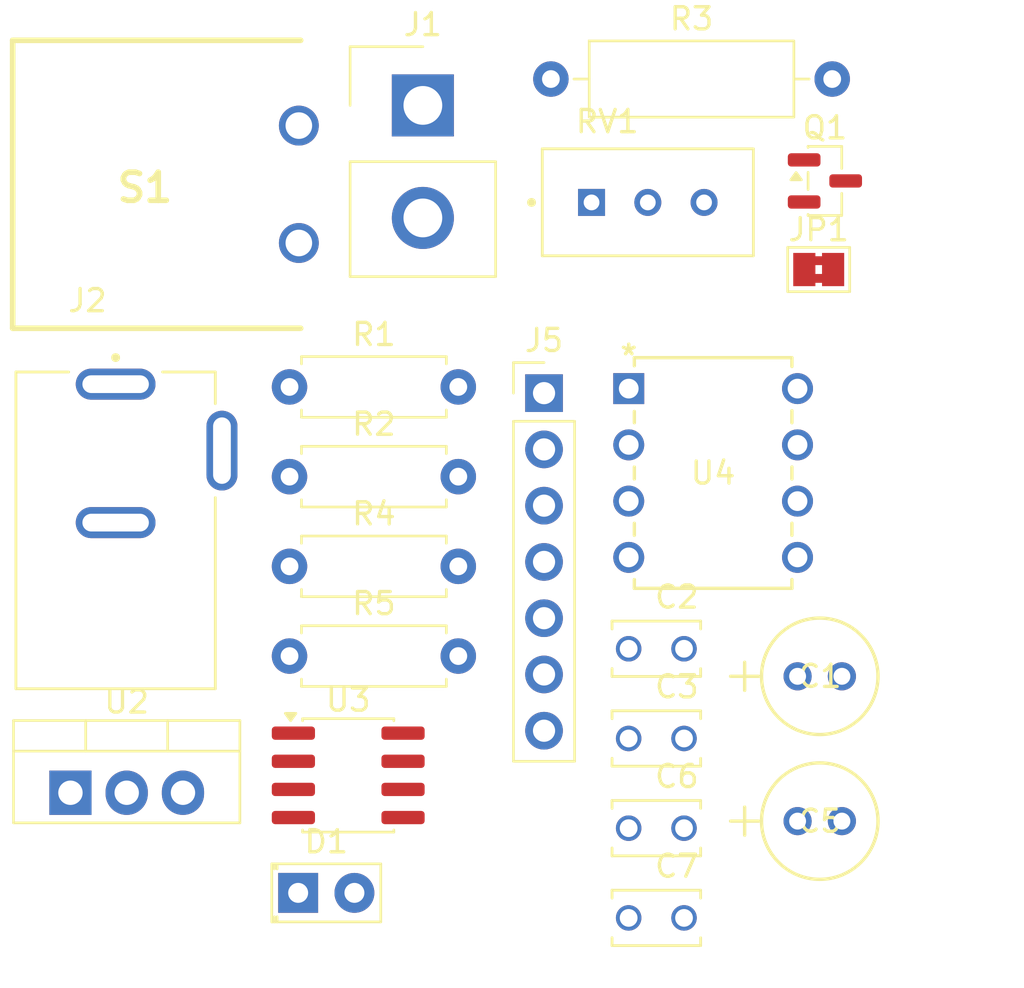
<source format=kicad_pcb>
(kicad_pcb (version 20241229) (generator "pcbnew") (generator_version "9.0")
  (layers (0 "F.Cu" signal) (2 "B.Cu" signal) (13 "F.Paste" user) (15 "B.Paste" user) (5 "F.SilkS" user "F.Silkscreen") (7 "B.SilkS" user "B.Silkscreen") (1 "F.Mask" user) (3 "B.Mask" user) (25 "Edge.Cuts" user))
  (net 0 "")
  (net 1 "Net-(U3B-+)")
  (net 2 "GND")
  (net 3 "/VOUT")
  (net 4 "/CATHODE")
  (net 5 "Net-(U4-CAP-)")
  (net 6 "Net-(U4-CAP+)")
  (net 7 "/VI")
  (net 8 "/+VCC")
  (net 9 "/-VCC")
  (net 10 "Net-(D1-A)")
  (net 11 "Net-(D1-K)")
  (net 12 "Net-(J1-Pin_2)")
  (net 13 "/VR")
  (net 14 "/ANODE")
  (net 15 "Net-(Q1-B)")
  (net 16 "Net-(Q1-E)")
  (net 17 "Net-(U3A--)")
  (net 18 "Net-(U3A-+)")
  (footprint "Resistor_THT:R_Axial_DIN0207_L6.3mm_D2.5mm_P7.62mm_Horizontal" (layer "F.Cu") (at 142.2129 108.9092)
    (property "Reference" "R5" (at 3.81 -2.37 0) (layer "F.SilkS"))
    (property "Value" "2K")
    (fp_line (start 0.54 -1.37) (end 7.08 -1.37) (stroke (width 0.12)) (layer "F.SilkS"))
    (fp_line (start 0.54 -1.04) (end 0.54 -1.37) (stroke (width 0.12)) (layer "F.SilkS"))
    (fp_line (start 0.54 1.04) (end 0.54 1.37) (stroke (width 0.12)) (layer "F.SilkS"))
    (fp_line (start 0.54 1.37) (end 7.08 1.37) (stroke (width 0.12)) (layer "F.SilkS"))
    (fp_line (start 7.08 -1.37) (end 7.08 -1.04) (stroke (width 0.12)) (layer "F.SilkS"))
    (fp_line (start 7.08 1.37) (end 7.08 1.04) (stroke (width 0.12)) (layer "F.SilkS"))
    (pad "1" thru_hole circle (at 0 0) (size 1.6 1.6) (drill 0.8) (layers "*.Cu" "*.Mask") (net 4 "/CATHODE"))
    (pad "2" thru_hole circle (at 7.62 0) (size 1.6 1.6) (drill 0.8) (layers "*.Cu" "*.Mask") (net 3 "/VOUT"))
  )
  (footprint "FOOTPRINTS:CAPRB250W50L400T250H550" (layer "F.Cu") (at 158.7729 108.5792)
    (property "Reference" "C2" (at 0.925 -2.335 0) (layer "F.SilkS"))
    (property "Value" "10pF")
    (fp_line (start -2 -1.25) (end -2 -0.895) (stroke (width 0.127)) (layer "F.SilkS"))
    (fp_line (start -2 -1.25) (end 2 -1.25) (stroke (width 0.127)) (layer "F.SilkS"))
    (fp_line (start -2 1.25) (end -2 0.895) (stroke (width 0.127)) (layer "F.SilkS"))
    (fp_line (start -2 1.25) (end 2 1.25) (stroke (width 0.127)) (layer "F.SilkS"))
    (fp_line (start 2 -1.25) (end 2 -0.895) (stroke (width 0.127)) (layer "F.SilkS"))
    (fp_line (start 2 1.25) (end 2 0.895) (stroke (width 0.127)) (layer "F.SilkS"))
    (pad "1" thru_hole circle (at -1.25 0) (size 1.15 1.15) (drill 0.8) (layers "*.Cu" "*.Mask") (net 4 "/CATHODE"))
    (pad "2" thru_hole circle (at 1.25 0) (size 1.15 1.15) (drill 0.8) (layers "*.Cu" "*.Mask") (net 3 "/VOUT"))
  )
  (footprint "FOOTPRINTS:PDIP-8_N_LIT" (layer "F.Cu") (at 157.5266 96.8344)
    (property "Reference" "U4" (at 3.81 3.81 0) (layer "F.SilkS"))
    (property "Value" "LTC1044")
    (fp_line (start 0.254 -1.397) (end 0.254 -1.03124) (stroke (width 0.1524)) (layer "F.SilkS"))
    (fp_line (start 0.254 1.03124) (end 0.254 1.54053) (stroke (width 0.1524)) (layer "F.SilkS"))
    (fp_line (start 0.254 3.53947) (end 0.254 4.08053) (stroke (width 0.1524)) (layer "F.SilkS"))
    (fp_line (start 0.254 6.07947) (end 0.254 6.62053) (stroke (width 0.1524)) (layer "F.SilkS"))
    (fp_line (start 0.254 8.61947) (end 0.254 9.017) (stroke (width 0.1524)) (layer "F.SilkS"))
    (fp_line (start 0.254 9.017) (end 7.366 9.017) (stroke (width 0.1524)) (layer "F.SilkS"))
    (fp_line (start 7.366 -1.397) (end 0.254 -1.397) (stroke (width 0.1524)) (layer "F.SilkS"))
    (fp_line (start 7.366 -0.99947) (end 7.366 -1.397) (stroke (width 0.1524)) (layer "F.SilkS"))
    (fp_line (start 7.366 1.54053) (end 7.366 0.99947) (stroke (width 0.1524)) (layer "F.SilkS"))
    (fp_line (start 7.366 4.08053) (end 7.366 3.53947) (stroke (width 0.1524)) (layer "F.SilkS"))
    (fp_line (start 7.366 6.62053) (end 7.366 6.07947) (stroke (width 0.1524)) (layer "F.SilkS"))
    (fp_line (start 7.366 9.017) (end 7.366 8.61947) (stroke (width 0.1524)) (layer "F.SilkS"))
    (fp_text user "*" (at 0 -1.4605 0) (layer "F.SilkS"))
    (fp_text user "*" (at 0 -1.4605 0) (layer "F.SilkS"))
    (pad "1" thru_hole rect (at 0 0) (size 1.397 1.397) (drill 0.889) (layers "*.Cu" "*.Mask"))
    (pad "2" thru_hole circle (at 0 2.54) (size 1.397 1.397) (drill 0.889) (layers "*.Cu" "*.Mask") (net 6 "Net-(U4-CAP+)"))
    (pad "3" thru_hole circle (at 0 5.08) (size 1.397 1.397) (drill 0.889) (layers "*.Cu" "*.Mask") (net 2 "GND"))
    (pad "4" thru_hole circle (at 0 7.62) (size 1.397 1.397) (drill 0.889) (layers "*.Cu" "*.Mask") (net 5 "Net-(U4-CAP-)"))
    (pad "5" thru_hole circle (at 7.62 7.62) (size 1.397 1.397) (drill 0.889) (layers "*.Cu" "*.Mask") (net 9 "/-VCC"))
    (pad "6" thru_hole circle (at 7.62 5.08) (size 1.397 1.397) (drill 0.889) (layers "*.Cu" "*.Mask"))
    (pad "7" thru_hole circle (at 7.62 2.54) (size 1.397 1.397) (drill 0.889) (layers "*.Cu" "*.Mask"))
    (pad "8" thru_hole circle (at 7.62 0) (size 1.397 1.397) (drill 0.889) (layers "*.Cu" "*.Mask") (net 8 "/+VCC"))
  )
  (footprint "Connector_PinHeader_2.54mm:PinHeader_1x07_P2.54mm_Vertical" (layer "F.Cu") (at 153.7029 97.0392)
    (property "Reference" "J5" (at 0 -2.38 0) (layer "F.SilkS"))
    (property "Value" "Conn_01x07_Pin")
    (fp_line (start -1.38 -1.38) (end 0 -1.38) (stroke (width 0.12)) (layer "F.SilkS"))
    (fp_line (start -1.38 0) (end -1.38 -1.38) (stroke (width 0.12)) (layer "F.SilkS"))
    (fp_line (start -1.38 1.27) (end -1.38 16.62) (stroke (width 0.12)) (layer "F.SilkS"))
    (fp_line (start -1.38 1.27) (end 1.38 1.27) (stroke (width 0.12)) (layer "F.SilkS"))
    (fp_line (start -1.38 16.62) (end 1.38 16.62) (stroke (width 0.12)) (layer "F.SilkS"))
    (fp_line (start 1.38 1.27) (end 1.38 16.62) (stroke (width 0.12)) (layer "F.SilkS"))
    (pad "1" thru_hole rect (at 0 0) (size 1.7 1.7) (drill 1) (layers "*.Cu" "*.Mask") (net 4 "/CATHODE"))
    (pad "2" thru_hole circle (at 0 2.54) (size 1.7 1.7) (drill 1) (layers "*.Cu" "*.Mask") (net 14 "/ANODE"))
    (pad "3" thru_hole circle (at 0 5.08) (size 1.7 1.7) (drill 1) (layers "*.Cu" "*.Mask") (net 3 "/VOUT"))
    (pad "4" thru_hole circle (at 0 7.62) (size 1.7 1.7) (drill 1) (layers "*.Cu" "*.Mask") (net 13 "/VR"))
    (pad "5" thru_hole circle (at 0 10.16) (size 1.7 1.7) (drill 1) (layers "*.Cu" "*.Mask") (net 9 "/-VCC"))
    (pad "6" thru_hole circle (at 0 12.7) (size 1.7 1.7) (drill 1) (layers "*.Cu" "*.Mask") (net 2 "GND"))
    (pad "7" thru_hole circle (at 0 15.24) (size 1.7 1.7) (drill 1) (layers "*.Cu" "*.Mask") (net 2 "GND"))
  )
  (footprint "FOOTPRINTS:CAP_UEP_5X11_NCH" (layer "F.Cu") (at 165.15 116.36)
    (property "Reference" "C5" (at 1 0 0) (layer "F.SilkS"))
    (property "Value" "0.33uF")
    (fp_line (start -3.0259 0) (end -1.7559 0) (stroke (width 0.1524)) (layer "F.SilkS"))
    (fp_line (start -2.3909 -0.635) (end -2.3909 0.635) (stroke (width 0.1524)) (layer "F.SilkS"))
    (fp_circle (center 1 0) (end 3.6289 0) (stroke (width 0.1524)) (fill no) (layer "F.SilkS"))
    (pad "1" thru_hole circle (at 0 0) (size 1.27 1.27) (drill 0.762) (layers "*.Cu" "*.Mask") (net 7 "/VI"))
    (pad "2" thru_hole circle (at 2 0) (size 1.27 1.27) (drill 0.762) (layers "*.Cu" "*.Mask") (net 2 "GND"))
  )
  (footprint "Resistor_THT:R_Axial_DIN0207_L6.3mm_D2.5mm_P7.62mm_Horizontal" (layer "F.Cu") (at 142.2129 104.8592)
    (property "Reference" "R4" (at 3.81 -2.37 0) (layer "F.SilkS"))
    (property "Value" "2K")
    (fp_line (start 0.54 -1.37) (end 7.08 -1.37) (stroke (width 0.12)) (layer "F.SilkS"))
    (fp_line (start 0.54 -1.04) (end 0.54 -1.37) (stroke (width 0.12)) (layer "F.SilkS"))
    (fp_line (start 0.54 1.04) (end 0.54 1.37) (stroke (width 0.12)) (layer "F.SilkS"))
    (fp_line (start 0.54 1.37) (end 7.08 1.37) (stroke (width 0.12)) (layer "F.SilkS"))
    (fp_line (start 7.08 -1.37) (end 7.08 -1.04) (stroke (width 0.12)) (layer "F.SilkS"))
    (fp_line (start 7.08 1.37) (end 7.08 1.04) (stroke (width 0.12)) (layer "F.SilkS"))
    (pad "1" thru_hole circle (at 0 0) (size 1.6 1.6) (drill 0.8) (layers "*.Cu" "*.Mask") (net 1 "Net-(U3B-+)"))
    (pad "2" thru_hole circle (at 7.62 0) (size 1.6 1.6) (drill 0.8) (layers "*.Cu" "*.Mask") (net 2 "GND"))
  )
  (footprint "Resistor_THT:R_Axial_DIN0207_L6.3mm_D2.5mm_P7.62mm_Horizontal" (layer "F.Cu") (at 142.2129 100.8092)
    (property "Reference" "R2" (at 3.81 -2.37 0) (layer "F.SilkS"))
    (property "Value" "1k")
    (fp_line (start 0.54 -1.37) (end 7.08 -1.37) (stroke (width 0.12)) (layer "F.SilkS"))
    (fp_line (start 0.54 -1.04) (end 0.54 -1.37) (stroke (width 0.12)) (layer "F.SilkS"))
    (fp_line (start 0.54 1.04) (end 0.54 1.37) (stroke (width 0.12)) (layer "F.SilkS"))
    (fp_line (start 0.54 1.37) (end 7.08 1.37) (stroke (width 0.12)) (layer "F.SilkS"))
    (fp_line (start 7.08 -1.37) (end 7.08 -1.04) (stroke (width 0.12)) (layer "F.SilkS"))
    (fp_line (start 7.08 1.37) (end 7.08 1.04) (stroke (width 0.12)) (layer "F.SilkS"))
    (pad "1" thru_hole circle (at 0 0) (size 1.6 1.6) (drill 0.8) (layers "*.Cu" "*.Mask") (net 17 "Net-(U3A--)"))
    (pad "2" thru_hole circle (at 7.62 0) (size 1.6 1.6) (drill 0.8) (layers "*.Cu" "*.Mask") (net 16 "Net-(Q1-E)"))
  )
  (footprint "FOOTPRINTS:GPTS203211B" (layer "F.Cu") (at 142.7149 87.6112)
    (property "Reference" "S1" (at -7.033 0.148 0) (layer "F.SilkS") (effects (font (size 1.27 1.27) (thickness 0.254))))
    (property "Value" "GPTS203211B" (hide yes))
    (fp_line (start -13 -6.5) (end -13 6.5) (stroke (width 0.254)) (layer "F.SilkS"))
    (fp_line (start -13 6.5) (end 0 6.5) (stroke (width 0.254)) (layer "F.SilkS"))
    (fp_line (start 0 -6.5) (end -13 -6.5) (stroke (width 0.254)) (layer "F.SilkS"))
    (pad "1" thru_hole circle (at -0.081 2.65) (size 1.8 1.8) (drill 1.2) (layers "*.Cu" "*.Mask") (net 8 "/+VCC"))
    (pad "2" thru_hole circle (at -0.081 -2.65) (size 1.8 1.8) (drill 1.2) (layers "*.Cu" "*.Mask") (net 10 "Net-(D1-A)"))
  )
  (footprint "FOOTPRINTS:CAP_UEP_5X11_NCH" (layer "F.Cu") (at 165.15 109.8228)
    (property "Reference" "C1" (at 1 0 0) (layer "F.SilkS"))
    (property "Value" "0.1UF")
    (fp_line (start -3.0259 0) (end -1.7559 0) (stroke (width 0.1524)) (layer "F.SilkS"))
    (fp_line (start -2.3909 -0.635) (end -2.3909 0.635) (stroke (width 0.1524)) (layer "F.SilkS"))
    (fp_circle (center 1 0) (end 3.6289 0) (stroke (width 0.1524)) (fill no) (layer "F.SilkS"))
    (pad "1" thru_hole circle (at 0 0) (size 1.27 1.27) (drill 0.762) (layers "*.Cu" "*.Mask") (net 8 "/+VCC"))
    (pad "2" thru_hole circle (at 2 0) (size 1.27 1.27) (drill 0.762) (layers "*.Cu" "*.Mask") (net 2 "GND"))
  )
  (footprint "FOOTPRINTS:potentiometer" (layer "F.Cu") (at 158.3879 88.4292)
    (property "Reference" "RV1" (at -1.83284 -3.65058 0) (layer "F.SilkS") (effects (font (size 1.004283 1.004283))))
    (property "Value" "R_Potentiometer")
    (fp_line (start -4.765 -2.42) (end 4.765 -2.42) (stroke (width 0.127)) (layer "F.SilkS"))
    (fp_line (start -4.765 2.41) (end -4.765 -2.42) (stroke (width 0.127)) (layer "F.SilkS"))
    (fp_line (start 4.765 -2.42) (end 4.765 2.41) (stroke (width 0.127)) (layer "F.SilkS"))
    (fp_line (start 4.765 2.41) (end -4.765 2.41) (stroke (width 0.127)) (layer "F.SilkS"))
    (fp_circle (center -5.25 0) (end -5.15 0) (stroke (width 0.2)) (fill no) (layer "F.SilkS"))
    (pad "1" thru_hole rect (at -2.54 0) (size 1.218 1.218) (drill 0.71) (layers "*.Cu" "*.Mask") (net 11 "Net-(D1-K)"))
    (pad "2" thru_hole circle (at 0 0) (size 1.218 1.218) (drill 0.71) (layers "*.Cu" "*.Mask") (net 18 "Net-(U3A-+)"))
    (pad "3" thru_hole circle (at 2.54 0) (size 1.218 1.218) (drill 0.71) (layers "*.Cu" "*.Mask") (net 2 "GND"))
  )
  (footprint "Jumper:SolderJumper-2_P1.3mm_Bridged2Bar_Pad1.0x1.5mm" (layer "F.Cu") (at 166.1029 91.4592)
    (property "Reference" "JP1" (at 0 -1.8 0) (layer "F.SilkS"))
    (property "Value" "SolderJumper_2_Bridged")
    (fp_poly (pts (xy -0.25 -0.6) (xy 0.25 -0.6) (xy 0.25 -0.2) (xy -0.25 -0.2)) (fill yes) (layer "F.Cu"))
    (fp_poly (pts (xy -0.25 0.2) (xy 0.25 0.2) (xy 0.25 0.6) (xy -0.25 0.6)) (fill yes) (layer "F.Cu"))
    (fp_line (start -1.4 -1) (end 1.4 -1) (stroke (width 0.12)) (layer "F.SilkS"))
    (fp_line (start -1.4 1) (end -1.4 -1) (stroke (width 0.12)) (layer "F.SilkS"))
    (fp_line (start 1.4 -1) (end 1.4 1) (stroke (width 0.12)) (layer "F.SilkS"))
    (fp_line (start 1.4 1) (end -1.4 1) (stroke (width 0.12)) (layer "F.SilkS"))
    (pad "1" smd rect (at -0.65 0) (size 1 1.5) (layers "F.Cu" "F.Mask") (net 13 "/VR"))
    (pad "2" smd rect (at 0.65 0) (size 1 1.5) (layers "F.Cu" "F.Mask") (net 14 "/ANODE"))
  )
  (footprint "FOOTPRINTS:TENSILITY_54-00166" (layer "F.Cu") (at 134.3629 102.8842)
    (property "Reference" "J2" (at -1.27 -10.0225 0) (layer "F.SilkS"))
    (property "Value" "54-00166")
    (fp_line (start -4.5 -6.8) (end -2.12 -6.8) (stroke (width 0.127)) (layer "F.SilkS"))
    (fp_line (start -4.5 7.5) (end -4.5 -6.8) (stroke (width 0.127)) (layer "F.SilkS"))
    (fp_line (start 2.12 -6.8) (end 4.5 -6.8) (stroke (width 0.127)) (layer "F.SilkS"))
    (fp_line (start 4.5 -6.8) (end 4.5 -5.37) (stroke (width 0.127)) (layer "F.SilkS"))
    (fp_line (start 4.5 7.5) (end -4.5 7.5) (stroke (width 0.127)) (layer "F.SilkS"))
    (fp_line (start 4.5 7.5) (end 4.5 -1.13) (stroke (width 0.127)) (layer "F.SilkS"))
    (fp_circle (center 0 -7.45) (end 0.1 -7.45) (stroke (width 0.2)) (fill no) (layer "F.SilkS"))
    (pad "A" thru_hole oval (at 0 -6.25) (size 3.6 1.4) (drill oval 3 0.8) (layers "*.Cu" "*.Mask") (net 7 "/VI"))
    (pad "B" thru_hole oval (at 0 0) (size 3.6 1.4) (drill oval 3 0.8) (layers "*.Cu" "*.Mask") (net 2 "GND"))
    (pad "C" thru_hole oval (at 4.8 -3.25) (size 1.4 3.6) (drill oval 0.8 3) (layers "*.Cu" "*.Mask") (net 2 "GND"))
  )
  (footprint "FOOTPRINTS:CAPRB250W50L400T250H550" (layer "F.Cu") (at 158.7729 116.6792)
    (property "Reference" "C6" (at 0.925 -2.335 0) (layer "F.SilkS"))
    (property "Value" "10pF")
    (fp_line (start -2 -1.25) (end -2 -0.895) (stroke (width 0.127)) (layer "F.SilkS"))
    (fp_line (start -2 -1.25) (end 2 -1.25) (stroke (width 0.127)) (layer "F.SilkS"))
    (fp_line (start -2 1.25) (end -2 0.895) (stroke (width 0.127)) (layer "F.SilkS"))
    (fp_line (start -2 1.25) (end 2 1.25) (stroke (width 0.127)) (layer "F.SilkS"))
    (fp_line (start 2 -1.25) (end 2 -0.895) (stroke (width 0.127)) (layer "F.SilkS"))
    (fp_line (start 2 1.25) (end 2 0.895) (stroke (width 0.127)) (layer "F.SilkS"))
    (pad "1" thru_hole circle (at -1.25 0) (size 1.15 1.15) (drill 0.8) (layers "*.Cu" "*.Mask") (net 2 "GND"))
    (pad "2" thru_hole circle (at 1.25 0) (size 1.15 1.15) (drill 0.8) (layers "*.Cu" "*.Mask") (net 9 "/-VCC"))
  )
  (footprint "FOOTPRINTS:CAPRB250W50L400T250H550" (layer "F.Cu") (at 158.7729 120.7292)
    (property "Reference" "C7" (at 0.925 -2.335 0) (layer "F.SilkS"))
    (property "Value" "10pF")
    (fp_line (start -2 -1.25) (end -2 -0.895) (stroke (width 0.127)) (layer "F.SilkS"))
    (fp_line (start -2 -1.25) (end 2 -1.25) (stroke (width 0.127)) (layer "F.SilkS"))
    (fp_line (start -2 1.25) (end -2 0.895) (stroke (width 0.127)) (layer "F.SilkS"))
    (fp_line (start -2 1.25) (end 2 1.25) (stroke (width 0.127)) (layer "F.SilkS"))
    (fp_line (start 2 -1.25) (end 2 -0.895) (stroke (width 0.127)) (layer "F.SilkS"))
    (fp_line (start 2 1.25) (end 2 0.895) (stroke (width 0.127)) (layer "F.SilkS"))
    (pad "1" thru_hole circle (at -1.25 0) (size 1.15 1.15) (drill 0.8) (layers "*.Cu" "*.Mask") (net 1 "Net-(U3B-+)"))
    (pad "2" thru_hole circle (at 1.25 0) (size 1.15 1.15) (drill 0.8) (layers "*.Cu" "*.Mask") (net 2 "GND"))
  )
  (footprint "Resistor_THT:R_Axial_DIN0309_L9.0mm_D3.2mm_P12.70mm_Horizontal" (layer "F.Cu") (at 154.0129 82.8592)
    (property "Reference" "R3" (at 6.35 -2.72 0) (layer "F.SilkS"))
    (property "Value" "62")
    (fp_line (start 1.04 0) (end 1.73 0) (stroke (width 0.12)) (layer "F.SilkS"))
    (fp_line (start 11.66 0) (end 10.97 0) (stroke (width 0.12)) (layer "F.SilkS"))
    (fp_rect (start 1.73 -1.72) (end 10.97 1.72) (stroke (width 0.12)) (fill no) (layer "F.SilkS"))
    (pad "1" thru_hole circle (at 0 0) (size 1.6 1.6) (drill 0.8) (layers "*.Cu" "*.Mask") (net 16 "Net-(Q1-E)"))
    (pad "2" thru_hole circle (at 12.7 0) (size 1.6 1.6) (drill 0.8) (layers "*.Cu" "*.Mask") (net 2 "GND"))
  )
  (footprint "FOOTPRINTS:CAPRB250W50L400T250H550" (layer "F.Cu") (at 158.7729 112.6292)
    (property "Reference" "C3" (at 0.925 -2.335 0) (layer "F.SilkS"))
    (property "Value" "10pF")
    (fp_line (start -2 -1.25) (end -2 -0.895) (stroke (width 0.127)) (layer "F.SilkS"))
    (fp_line (start -2 -1.25) (end 2 -1.25) (stroke (width 0.127)) (layer "F.SilkS"))
    (fp_line (start -2 1.25) (end -2 0.895) (stroke (width 0.127)) (layer "F.SilkS"))
    (fp_line (start -2 1.25) (end 2 1.25) (stroke (width 0.127)) (layer "F.SilkS"))
    (fp_line (start 2 -1.25) (end 2 -0.895) (stroke (width 0.127)) (layer "F.SilkS"))
    (fp_line (start 2 1.25) (end 2 0.895) (stroke (width 0.127)) (layer "F.SilkS"))
    (pad "1" thru_hole circle (at -1.25 0) (size 1.15 1.15) (drill 0.8) (layers "*.Cu" "*.Mask") (net 6 "Net-(U4-CAP+)"))
    (pad "2" thru_hole circle (at 1.25 0) (size 1.15 1.15) (drill 0.8) (layers "*.Cu" "*.Mask") (net 5 "Net-(U4-CAP-)"))
  )
  (footprint "Resistor_THT:R_Axial_DIN0207_L6.3mm_D2.5mm_P7.62mm_Horizontal" (layer "F.Cu") (at 142.2129 96.7592)
    (property "Reference" "R1" (at 3.81 -2.37 0) (layer "F.SilkS"))
    (property "Value" "2k")
    (fp_line (start 0.54 -1.37) (end 7.08 -1.37) (stroke (width 0.12)) (layer "F.SilkS"))
    (fp_line (start 0.54 -1.04) (end 0.54 -1.37) (stroke (width 0.12)) (layer "F.SilkS"))
    (fp_line (start 0.54 1.04) (end 0.54 1.37) (stroke (width 0.12)) (layer "F.SilkS"))
    (fp_line (start 0.54 1.37) (end 7.08 1.37) (stroke (width 0.12)) (layer "F.SilkS"))
    (fp_line (start 7.08 -1.37) (end 7.08 -1.04) (stroke (width 0.12)) (layer "F.SilkS"))
    (fp_line (start 7.08 1.37) (end 7.08 1.04) (stroke (width 0.12)) (layer "F.SilkS"))
    (pad "1" thru_hole circle (at 0 0) (size 1.6 1.6) (drill 0.8) (layers "*.Cu" "*.Mask") (net 17 "Net-(U3A--)"))
    (pad "2" thru_hole circle (at 7.62 0) (size 1.6 1.6) (drill 0.8) (layers "*.Cu" "*.Mask") (net 2 "GND"))
  )
  (footprint "Package_TO_SOT_SMD:SOT-23" (layer "F.Cu") (at 166.3829 87.4592)
    (property "Reference" "Q1" (at 0 -2.4 0) (layer "F.SilkS"))
    (property "Value" "BC817")
    (fp_line (start -0.76 -1.56) (end 0.76 -1.56) (stroke (width 0.12)) (layer "F.SilkS"))
    (fp_line (start -0.76 -1.51) (end -0.76 -1.56) (stroke (width 0.12)) (layer "F.SilkS"))
    (fp_line (start -0.76 0.39) (end -0.76 -0.39) (stroke (width 0.12)) (layer "F.SilkS"))
    (fp_line (start -0.76 1.56) (end -0.76 1.51) (stroke (width 0.12)) (layer "F.SilkS"))
    (fp_line (start 0.76 -1.56) (end 0.76 -0.56) (stroke (width 0.12)) (layer "F.SilkS"))
    (fp_line (start 0.76 0.56) (end 0.76 1.56) (stroke (width 0.12)) (layer "F.SilkS"))
    (fp_line (start 0.76 1.56) (end -0.76 1.56) (stroke (width 0.12)) (layer "F.SilkS"))
    (fp_poly (pts (xy -1.3 -0.38) (xy -1.06 -0.05) (xy -1.54 -0.05)) (stroke (width 0.12)) (fill yes) (layer "F.SilkS"))
    (pad "1" smd roundrect (at -0.9375 -0.95) (size 1.475 0.6) (layers "F.Cu" "F.Mask" "F.Paste") (net 15 "Net-(Q1-B)"))
    (pad "2" smd roundrect (at -0.9375 0.95) (size 1.475 0.6) (layers "F.Cu" "F.Mask" "F.Paste") (net 16 "Net-(Q1-E)"))
    (pad "3" smd roundrect (at 0.9375 0) (size 1.475 0.6) (layers "F.Cu" "F.Mask" "F.Paste") (net 12 "Net-(J1-Pin_2)"))
  )
  (footprint "Package_SO:SOIC-8_3.9x4.9mm_P1.27mm" (layer "F.Cu") (at 144.8629 114.2942)
    (property "Reference" "U3" (at 0 -3.4 0) (layer "F.SilkS"))
    (property "Value" "OPA2197xD")
    (fp_line (start -2.06 -2.56) (end 2.06 -2.56) (stroke (width 0.12)) (layer "F.SilkS"))
    (fp_line (start -2.06 -2.465) (end -2.06 -2.56) (stroke (width 0.12)) (layer "F.SilkS"))
    (fp_line (start -2.06 2.56) (end -2.06 2.465) (stroke (width 0.12)) (layer "F.SilkS"))
    (fp_line (start 2.06 -2.56) (end 2.06 -2.465) (stroke (width 0.12)) (layer "F.SilkS"))
    (fp_line (start 2.06 2.465) (end 2.06 2.56) (stroke (width 0.12)) (layer "F.SilkS"))
    (fp_line (start 2.06 2.56) (end -2.06 2.56) (stroke (width 0.12)) (layer "F.SilkS"))
    (fp_poly (pts (xy -2.6 -2.47) (xy -2.84 -2.8) (xy -2.36 -2.8)) (stroke (width 0.12)) (fill yes) (layer "F.SilkS"))
    (pad "1" smd roundrect (at -2.475 -1.905) (size 1.95 0.6) (layers "F.Cu" "F.Mask" "F.Paste") (net 15 "Net-(Q1-B)"))
    (pad "2" smd roundrect (at -2.475 -0.635) (size 1.95 0.6) (layers "F.Cu" "F.Mask" "F.Paste") (net 17 "Net-(U3A--)"))
    (pad "3" smd roundrect (at -2.475 0.635) (size 1.95 0.6) (layers "F.Cu" "F.Mask" "F.Paste") (net 18 "Net-(U3A-+)"))
    (pad "4" smd roundrect (at -2.475 1.905) (size 1.95 0.6) (layers "F.Cu" "F.Mask" "F.Paste") (net 9 "/-VCC"))
    (pad "5" smd roundrect (at 2.475 1.905) (size 1.95 0.6) (layers "F.Cu" "F.Mask" "F.Paste") (net 1 "Net-(U3B-+)"))
    (pad "6" smd roundrect (at 2.475 0.635) (size 1.95 0.6) (layers "F.Cu" "F.Mask" "F.Paste") (net 4 "/CATHODE"))
    (pad "7" smd roundrect (at 2.475 -0.635) (size 1.95 0.6) (layers "F.Cu" "F.Mask" "F.Paste") (net 3 "/VOUT"))
    (pad "8" smd roundrect (at 2.475 -1.905) (size 1.95 0.6) (layers "F.Cu" "F.Mask" "F.Paste") (net 8 "/+VCC"))
  )
  (footprint "Connector_Samtec_HPM_THT:Samtec_HPM-02-01-x-S_Straight_1x02_Pitch5.08mm" (layer "F.Cu") (at 148.2329 84.0492)
    (property "Reference" "J1" (at 0 -3.65 0) (layer "F.SilkS"))
    (property "Value" "Conn_01x02_Pin")
    (fp_line (start -3.285 -2.65) (end 0 -2.65) (stroke (width 0.12)) (layer "F.SilkS"))
    (fp_line (start -3.285 0) (end -3.285 -2.65) (stroke (width 0.12)) (layer "F.SilkS"))
    (fp_line (start -3.285 2.54) (end -3.285 7.73) (stroke (width 0.12)) (layer "F.SilkS"))
    (fp_line (start -3.285 2.54) (end 3.285 2.54) (stroke (width 0.12)) (layer "F.SilkS"))
    (fp_line (start -3.285 7.73) (end 3.285 7.73) (stroke (width 0.12)) (layer "F.SilkS"))
    (fp_line (start 3.285 2.54) (end 3.285 7.73) (stroke (width 0.12)) (layer "F.SilkS"))
    (pad "1" thru_hole rect (at 0 0) (size 2.8 2.8) (drill 1.75) (layers "*.Cu" "*.Mask") (net 8 "/+VCC"))
    (pad "2" thru_hole circle (at 0 5.08) (size 2.8 2.8) (drill 1.75) (layers "*.Cu" "*.Mask") (net 12 "Net-(J1-Pin_2)"))
  )
  (footprint "LED_THT:LED_D2.0mm_W4.8mm_H2.5mm_FlatTop" (layer "F.Cu") (at 142.6029 119.5992)
    (property "Reference" "D1" (at 1.27 -2.31 0) (layer "F.SilkS"))
    (property "Value" "LED")
    (fp_line (start -1.19 -1.31) (end 3.73 -1.31) (stroke (width 0.12)) (layer "F.SilkS"))
    (fp_line (start -1.19 1.31) (end -1.19 -1.31) (stroke (width 0.12)) (layer "F.SilkS"))
    (fp_line (start -1.07 -1.31) (end -1.07 -1.08) (stroke (width 0.12)) (layer "F.SilkS"))
    (fp_line (start -1.07 1.08) (end -1.07 1.31) (stroke (width 0.12)) (layer "F.SilkS"))
    (fp_line (start -0.95 -1.31) (end -0.95 -1.08) (stroke (width 0.12)) (layer "F.SilkS"))
    (fp_line (start -0.95 1.08) (end -0.95 1.31) (stroke (width 0.12)) (layer "F.SilkS"))
    (fp_line (start 3.73 -1.31) (end 3.73 1.31) (stroke (width 0.12)) (layer "F.SilkS"))
    (fp_line (start 3.73 1.31) (end -1.19 1.31) (stroke (width 0.12)) (layer "F.SilkS"))
    (pad "1" thru_hole rect (at 0 0) (size 1.8 1.8) (drill 0.9) (layers "*.Cu" "*.Mask") (net 11 "Net-(D1-K)"))
    (pad "2" thru_hole circle (at 2.54 0) (size 1.8 1.8) (drill 0.9) (layers "*.Cu" "*.Mask") (net 10 "Net-(D1-A)"))
  )
  (footprint "Package_TO_SOT_THT:TO-220-3_Vertical" (layer "F.Cu") (at 132.3229 115.0792)
    (property "Reference" "U2" (at 2.54 -4.1 0) (layer "F.SilkS"))
    (property "Value" "LM7805_TO220")
    (fp_line (start -2.57 -3.26) (end 7.65 -3.26) (stroke (width 0.12)) (layer "F.SilkS"))
    (fp_line (start -2.57 -1.88) (end 7.65 -1.88) (stroke (width 0.12)) (layer "F.SilkS"))
    (fp_line (start -2.57 1.36) (end -2.57 -3.26) (stroke (width 0.12)) (layer "F.SilkS"))
    (fp_line (start 0.69 -3.26) (end 0.69 -1.88) (stroke (width 0.12)) (layer "F.SilkS"))
    (fp_line (start 4.39 -3.26) (end 4.39 -1.88) (stroke (width 0.12)) (layer "F.SilkS"))
    (fp_line (start 7.65 -3.26) (end 7.65 1.36) (stroke (width 0.12)) (layer "F.SilkS"))
    (fp_line (start 7.65 1.36) (end -2.57 1.36) (stroke (width 0.12)) (layer "F.SilkS"))
    (pad "1" thru_hole rect (at 0 0) (size 1.905 2) (drill 1.1) (layers "*.Cu" "*.Mask") (net 7 "/VI"))
    (pad "2" thru_hole oval (at 2.54 0) (size 1.905 2) (drill 1.1) (layers "*.Cu" "*.Mask") (net 2 "GND"))
    (pad "3" thru_hole oval (at 5.08 0) (size 1.905 2) (drill 1.1) (layers "*.Cu" "*.Mask") (net 8 "/+VCC"))
  )
)
</source>
